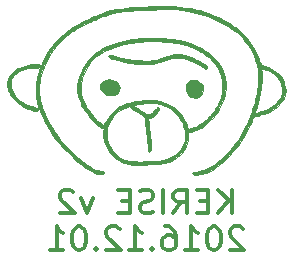
<source format=gbo>
G04 #@! TF.FileFunction,Legend,Bot*
%FSLAX46Y46*%
G04 Gerber Fmt 4.6, Leading zero omitted, Abs format (unit mm)*
G04 Created by KiCad (PCBNEW 4.0.1-stable) date 2016/12/03 22:11:57*
%MOMM*%
G01*
G04 APERTURE LIST*
%ADD10C,0.100000*%
%ADD11C,0.300000*%
%ADD12C,0.010000*%
G04 APERTURE END LIST*
D10*
D11*
X150238096Y-139354762D02*
X150238096Y-137354762D01*
X149095238Y-139354762D02*
X149952381Y-138211905D01*
X149095238Y-137354762D02*
X150238096Y-138497619D01*
X148238096Y-138307143D02*
X147571429Y-138307143D01*
X147285715Y-139354762D02*
X148238096Y-139354762D01*
X148238096Y-137354762D01*
X147285715Y-137354762D01*
X145285714Y-139354762D02*
X145952381Y-138402381D01*
X146428572Y-139354762D02*
X146428572Y-137354762D01*
X145666667Y-137354762D01*
X145476191Y-137450000D01*
X145380952Y-137545238D01*
X145285714Y-137735714D01*
X145285714Y-138021429D01*
X145380952Y-138211905D01*
X145476191Y-138307143D01*
X145666667Y-138402381D01*
X146428572Y-138402381D01*
X144428572Y-139354762D02*
X144428572Y-137354762D01*
X143571429Y-139259524D02*
X143285714Y-139354762D01*
X142809524Y-139354762D01*
X142619048Y-139259524D01*
X142523810Y-139164286D01*
X142428571Y-138973810D01*
X142428571Y-138783333D01*
X142523810Y-138592857D01*
X142619048Y-138497619D01*
X142809524Y-138402381D01*
X143190476Y-138307143D01*
X143380952Y-138211905D01*
X143476191Y-138116667D01*
X143571429Y-137926190D01*
X143571429Y-137735714D01*
X143476191Y-137545238D01*
X143380952Y-137450000D01*
X143190476Y-137354762D01*
X142714286Y-137354762D01*
X142428571Y-137450000D01*
X141571429Y-138307143D02*
X140904762Y-138307143D01*
X140619048Y-139354762D02*
X141571429Y-139354762D01*
X141571429Y-137354762D01*
X140619048Y-137354762D01*
X138428571Y-138021429D02*
X137952380Y-139354762D01*
X137476190Y-138021429D01*
X136809523Y-137545238D02*
X136714285Y-137450000D01*
X136523808Y-137354762D01*
X136047618Y-137354762D01*
X135857142Y-137450000D01*
X135761904Y-137545238D01*
X135666665Y-137735714D01*
X135666665Y-137926190D01*
X135761904Y-138211905D01*
X136904761Y-139354762D01*
X135666665Y-139354762D01*
X151190477Y-140645238D02*
X151095239Y-140550000D01*
X150904762Y-140454762D01*
X150428572Y-140454762D01*
X150238096Y-140550000D01*
X150142858Y-140645238D01*
X150047619Y-140835714D01*
X150047619Y-141026190D01*
X150142858Y-141311905D01*
X151285715Y-142454762D01*
X150047619Y-142454762D01*
X148809524Y-140454762D02*
X148619048Y-140454762D01*
X148428572Y-140550000D01*
X148333334Y-140645238D01*
X148238096Y-140835714D01*
X148142857Y-141216667D01*
X148142857Y-141692857D01*
X148238096Y-142073810D01*
X148333334Y-142264286D01*
X148428572Y-142359524D01*
X148619048Y-142454762D01*
X148809524Y-142454762D01*
X149000000Y-142359524D01*
X149095238Y-142264286D01*
X149190477Y-142073810D01*
X149285715Y-141692857D01*
X149285715Y-141216667D01*
X149190477Y-140835714D01*
X149095238Y-140645238D01*
X149000000Y-140550000D01*
X148809524Y-140454762D01*
X146238095Y-142454762D02*
X147380953Y-142454762D01*
X146809524Y-142454762D02*
X146809524Y-140454762D01*
X147000000Y-140740476D01*
X147190476Y-140930952D01*
X147380953Y-141026190D01*
X144523810Y-140454762D02*
X144904762Y-140454762D01*
X145095238Y-140550000D01*
X145190476Y-140645238D01*
X145380953Y-140930952D01*
X145476191Y-141311905D01*
X145476191Y-142073810D01*
X145380953Y-142264286D01*
X145285714Y-142359524D01*
X145095238Y-142454762D01*
X144714286Y-142454762D01*
X144523810Y-142359524D01*
X144428572Y-142264286D01*
X144333333Y-142073810D01*
X144333333Y-141597619D01*
X144428572Y-141407143D01*
X144523810Y-141311905D01*
X144714286Y-141216667D01*
X145095238Y-141216667D01*
X145285714Y-141311905D01*
X145380953Y-141407143D01*
X145476191Y-141597619D01*
X143476191Y-142264286D02*
X143380952Y-142359524D01*
X143476191Y-142454762D01*
X143571429Y-142359524D01*
X143476191Y-142264286D01*
X143476191Y-142454762D01*
X141476190Y-142454762D02*
X142619048Y-142454762D01*
X142047619Y-142454762D02*
X142047619Y-140454762D01*
X142238095Y-140740476D01*
X142428571Y-140930952D01*
X142619048Y-141026190D01*
X140714286Y-140645238D02*
X140619048Y-140550000D01*
X140428571Y-140454762D01*
X139952381Y-140454762D01*
X139761905Y-140550000D01*
X139666667Y-140645238D01*
X139571428Y-140835714D01*
X139571428Y-141026190D01*
X139666667Y-141311905D01*
X140809524Y-142454762D01*
X139571428Y-142454762D01*
X138714286Y-142264286D02*
X138619047Y-142359524D01*
X138714286Y-142454762D01*
X138809524Y-142359524D01*
X138714286Y-142264286D01*
X138714286Y-142454762D01*
X137380952Y-140454762D02*
X137190476Y-140454762D01*
X137000000Y-140550000D01*
X136904762Y-140645238D01*
X136809524Y-140835714D01*
X136714285Y-141216667D01*
X136714285Y-141692857D01*
X136809524Y-142073810D01*
X136904762Y-142264286D01*
X137000000Y-142359524D01*
X137190476Y-142454762D01*
X137380952Y-142454762D01*
X137571428Y-142359524D01*
X137666666Y-142264286D01*
X137761905Y-142073810D01*
X137857143Y-141692857D01*
X137857143Y-141216667D01*
X137761905Y-140835714D01*
X137666666Y-140645238D01*
X137571428Y-140550000D01*
X137380952Y-140454762D01*
X134809523Y-142454762D02*
X135952381Y-142454762D01*
X135380952Y-142454762D02*
X135380952Y-140454762D01*
X135571428Y-140740476D01*
X135761904Y-140930952D01*
X135952381Y-141026190D01*
D12*
G36*
X144024837Y-121799876D02*
X143359955Y-121812601D01*
X142755812Y-121833034D01*
X142205774Y-121861935D01*
X141703204Y-121900060D01*
X141241467Y-121948168D01*
X140813926Y-122007017D01*
X140413947Y-122077364D01*
X140034893Y-122159968D01*
X139670129Y-122255586D01*
X139444001Y-122323060D01*
X139282560Y-122375776D01*
X139124165Y-122431423D01*
X138994231Y-122480932D01*
X138952934Y-122498298D01*
X138856566Y-122539920D01*
X138715670Y-122599571D01*
X138548401Y-122669614D01*
X138372913Y-122742413D01*
X138354637Y-122749952D01*
X138123507Y-122851574D01*
X137851812Y-122981461D01*
X137555917Y-123131179D01*
X137252190Y-123292296D01*
X136956994Y-123456377D01*
X136751600Y-123575979D01*
X136620615Y-123661614D01*
X136454926Y-123781089D01*
X136269330Y-123922600D01*
X136078626Y-124074344D01*
X135897611Y-124224521D01*
X135741082Y-124361326D01*
X135623836Y-124472957D01*
X135613316Y-124483883D01*
X135437059Y-124674020D01*
X135272463Y-124862704D01*
X135111662Y-125060213D01*
X134946791Y-125276825D01*
X134769985Y-125522819D01*
X134573377Y-125808472D01*
X134389540Y-126083016D01*
X134343696Y-126168799D01*
X134294963Y-126284551D01*
X134274790Y-126341466D01*
X134223683Y-126479049D01*
X134160757Y-126625317D01*
X134136910Y-126675029D01*
X134088028Y-126767069D01*
X134055916Y-126806279D01*
X134029834Y-126801728D01*
X134011811Y-126780670D01*
X133937883Y-126732207D01*
X133810159Y-126705503D01*
X133638458Y-126699062D01*
X133432601Y-126711392D01*
X133202409Y-126740998D01*
X132957701Y-126786385D01*
X132708299Y-126846061D01*
X132464023Y-126918530D01*
X132234692Y-127002299D01*
X132068969Y-127076259D01*
X131915297Y-127172374D01*
X131748287Y-127310086D01*
X131586522Y-127471253D01*
X131448587Y-127637732D01*
X131370138Y-127758438D01*
X131248861Y-128030040D01*
X131191436Y-128296006D01*
X131196416Y-128568689D01*
X131247018Y-128809365D01*
X131293159Y-128958797D01*
X131341988Y-129082448D01*
X131402804Y-129195824D01*
X131484907Y-129314428D01*
X131597599Y-129453766D01*
X131714752Y-129589136D01*
X131911903Y-129798393D01*
X132107654Y-129971180D01*
X132324352Y-130128458D01*
X132500076Y-130243322D01*
X132649283Y-130332473D01*
X132791313Y-130405141D01*
X132945502Y-130470556D01*
X133131188Y-130537950D01*
X133301868Y-130595055D01*
X133460263Y-130645342D01*
X133569608Y-130674626D01*
X133644422Y-130685292D01*
X133699224Y-130679725D01*
X133735890Y-130666347D01*
X133802364Y-130619732D01*
X133817461Y-130550829D01*
X133815889Y-130533258D01*
X133793063Y-130464597D01*
X133731878Y-130424524D01*
X133686667Y-130410757D01*
X133269364Y-130287886D01*
X132908980Y-130148515D01*
X132595615Y-129987228D01*
X132319370Y-129798609D01*
X132070342Y-129577243D01*
X131970211Y-129471795D01*
X131795355Y-129269770D01*
X131666755Y-129095683D01*
X131577932Y-128934966D01*
X131522408Y-128773050D01*
X131493703Y-128595366D01*
X131485338Y-128387347D01*
X131485334Y-128381478D01*
X131489827Y-128233630D01*
X131508365Y-128120983D01*
X131548539Y-128011313D01*
X131594808Y-127916714D01*
X131702415Y-127749254D01*
X131845173Y-127584038D01*
X132003708Y-127440665D01*
X132158647Y-127338738D01*
X132173097Y-127331627D01*
X132367925Y-127242417D01*
X132519970Y-127180983D01*
X132645057Y-127141146D01*
X132687600Y-127130659D01*
X132956155Y-127073434D01*
X133179304Y-127035001D01*
X133375896Y-127012726D01*
X133564781Y-127003971D01*
X133595760Y-127003648D01*
X133737985Y-126999257D01*
X133859232Y-126989086D01*
X133939786Y-126975025D01*
X133955355Y-126969201D01*
X133976998Y-126965788D01*
X133981856Y-126992452D01*
X133968150Y-127057277D01*
X133934101Y-127168344D01*
X133877929Y-127333739D01*
X133870296Y-127355675D01*
X133720388Y-127876070D01*
X133635348Y-128394233D01*
X133615130Y-128915167D01*
X133659688Y-129443876D01*
X133768976Y-129985364D01*
X133843742Y-130249109D01*
X133978337Y-130649565D01*
X134131838Y-131034946D01*
X134310927Y-131419106D01*
X134522288Y-131815899D01*
X134772603Y-132239177D01*
X134907644Y-132454400D01*
X135108320Y-132762003D01*
X135294669Y-133030168D01*
X135478550Y-133273418D01*
X135671822Y-133506277D01*
X135886342Y-133743266D01*
X136133970Y-133998911D01*
X136317929Y-134181599D01*
X136670295Y-134521430D01*
X136988103Y-134814012D01*
X137278799Y-135065233D01*
X137549831Y-135280978D01*
X137808649Y-135467133D01*
X138062700Y-135629584D01*
X138319432Y-135774218D01*
X138360267Y-135795587D01*
X138594281Y-135905079D01*
X138809793Y-135983307D01*
X139000124Y-136029630D01*
X139158593Y-136043411D01*
X139278518Y-136024012D01*
X139353221Y-135970794D01*
X139376267Y-135892673D01*
X139369489Y-135834977D01*
X139340902Y-135796224D01*
X139278130Y-135770483D01*
X139168795Y-135751823D01*
X139057026Y-135739710D01*
X138880253Y-135710083D01*
X138697583Y-135652741D01*
X138498557Y-135562910D01*
X138272716Y-135435816D01*
X138009601Y-135266685D01*
X137986322Y-135250989D01*
X137764927Y-135096526D01*
X137554228Y-134938639D01*
X137343674Y-134768397D01*
X137122718Y-134576870D01*
X136880808Y-134355128D01*
X136607397Y-134094239D01*
X136523049Y-134012266D01*
X136230354Y-133717026D01*
X135963813Y-133425637D01*
X135714584Y-133126530D01*
X135473825Y-132808137D01*
X135232693Y-132458889D01*
X134982347Y-132067216D01*
X134775853Y-131726266D01*
X134650592Y-131497269D01*
X134520029Y-131226490D01*
X134389999Y-130928978D01*
X134266342Y-130619781D01*
X134154894Y-130313949D01*
X134061495Y-130026530D01*
X133991982Y-129772574D01*
X133961310Y-129626533D01*
X133898479Y-129091276D01*
X133896411Y-128564303D01*
X133955038Y-128055659D01*
X133972449Y-127964776D01*
X134008975Y-127820171D01*
X134067745Y-127628154D01*
X134143577Y-127403246D01*
X134231288Y-127159968D01*
X134325696Y-126912842D01*
X134421620Y-126676387D01*
X134483619Y-126532376D01*
X134638514Y-126226394D01*
X134839961Y-125896170D01*
X135077816Y-125554521D01*
X135341936Y-125214266D01*
X135622178Y-124888225D01*
X135908400Y-124589215D01*
X136190458Y-124330055D01*
X136292717Y-124246054D01*
X136440095Y-124130273D01*
X136576619Y-124024852D01*
X136689726Y-123939362D01*
X136766851Y-123883378D01*
X136782747Y-123872700D01*
X136918341Y-123790523D01*
X137098217Y-123688388D01*
X137309114Y-123573177D01*
X137537774Y-123451773D01*
X137770939Y-123331061D01*
X137995349Y-123217923D01*
X138197746Y-123119244D01*
X138364871Y-123041906D01*
X138461867Y-123000961D01*
X138624033Y-122936038D01*
X138779640Y-122870977D01*
X138907678Y-122814702D01*
X138969867Y-122785207D01*
X139084006Y-122735747D01*
X139248734Y-122675101D01*
X139448832Y-122608102D01*
X139669078Y-122539585D01*
X139894251Y-122474384D01*
X140109130Y-122417334D01*
X140191145Y-122397321D01*
X140593716Y-122315842D01*
X141060559Y-122246335D01*
X141589243Y-122188990D01*
X142177338Y-122144000D01*
X142822415Y-122111553D01*
X143522044Y-122091841D01*
X144168400Y-122085211D01*
X145489200Y-122081704D01*
X146405009Y-122219659D01*
X146843658Y-122290813D01*
X147225355Y-122364442D01*
X147560879Y-122443516D01*
X147861009Y-122531003D01*
X148136525Y-122629876D01*
X148398205Y-122743103D01*
X148520267Y-122802519D01*
X148687212Y-122884247D01*
X148870226Y-122970260D01*
X149035032Y-123044517D01*
X149065516Y-123057714D01*
X149229545Y-123134247D01*
X149408198Y-123227133D01*
X149556582Y-123312550D01*
X149693140Y-123396725D01*
X149859666Y-123498953D01*
X150028247Y-123602109D01*
X150095067Y-123642883D01*
X150331962Y-123792726D01*
X150529458Y-123932223D01*
X150705627Y-124076566D01*
X150878540Y-124240951D01*
X151066268Y-124440570D01*
X151134866Y-124517122D01*
X151378805Y-124802517D01*
X151583205Y-125068504D01*
X151758206Y-125331847D01*
X151913947Y-125609309D01*
X152060570Y-125917652D01*
X152208214Y-126273639D01*
X152227910Y-126324029D01*
X152303229Y-126522006D01*
X152354175Y-126667372D01*
X152383403Y-126769620D01*
X152393567Y-126838247D01*
X152387321Y-126882746D01*
X152385395Y-126887358D01*
X152372729Y-126968949D01*
X152403449Y-127033235D01*
X152434120Y-127114507D01*
X152456798Y-127252160D01*
X152471398Y-127435307D01*
X152477830Y-127653058D01*
X152476008Y-127894524D01*
X152465844Y-128148817D01*
X152447251Y-128405047D01*
X152420141Y-128652326D01*
X152416669Y-128678266D01*
X152387792Y-128876486D01*
X152357186Y-129063898D01*
X152327710Y-129224428D01*
X152302227Y-129342001D01*
X152291699Y-129380216D01*
X152256673Y-129510566D01*
X152224904Y-129662272D01*
X152212845Y-129735816D01*
X152190185Y-129844140D01*
X152148872Y-129995766D01*
X152094719Y-130170834D01*
X152033542Y-130349488D01*
X152031669Y-130354666D01*
X151962589Y-130548700D01*
X151891389Y-130754279D01*
X151826964Y-130945429D01*
X151782563Y-131082262D01*
X151736129Y-131210463D01*
X151664960Y-131382838D01*
X151576003Y-131583693D01*
X151476202Y-131797335D01*
X151374944Y-132003248D01*
X151170233Y-132397763D01*
X150979504Y-132741321D01*
X150794203Y-133046842D01*
X150605778Y-133327246D01*
X150405676Y-133595449D01*
X150185343Y-133864372D01*
X150009710Y-134065319D01*
X149737937Y-134357511D01*
X149471972Y-134616357D01*
X149192598Y-134859002D01*
X148880599Y-135102591D01*
X148695243Y-135238079D01*
X148516929Y-135362686D01*
X148358361Y-135463658D01*
X148207718Y-135545200D01*
X148053178Y-135611519D01*
X147882917Y-135666820D01*
X147685113Y-135715309D01*
X147447944Y-135761192D01*
X147159587Y-135808673D01*
X147039012Y-135827267D01*
X146936970Y-135863087D01*
X146886836Y-135924273D01*
X146894687Y-135999019D01*
X146927758Y-136043490D01*
X146996764Y-136085607D01*
X147086622Y-136110722D01*
X147167508Y-136112899D01*
X147202289Y-136098128D01*
X147239292Y-136086896D01*
X147329110Y-136066877D01*
X147457846Y-136041004D01*
X147596247Y-136015000D01*
X147964607Y-135931309D01*
X148273040Y-135824928D01*
X148526002Y-135694203D01*
X148604934Y-135640434D01*
X148879828Y-135437429D01*
X149108400Y-135265186D01*
X149299994Y-135115884D01*
X149463959Y-134981701D01*
X149609640Y-134854815D01*
X149746383Y-134727404D01*
X149883534Y-134591646D01*
X149993660Y-134478215D01*
X150269756Y-134181229D01*
X150512579Y-133898597D01*
X150731564Y-133616870D01*
X150936150Y-133322600D01*
X151135773Y-133002338D01*
X151339870Y-132642635D01*
X151520722Y-132302000D01*
X151628670Y-132090850D01*
X151733317Y-131880798D01*
X151827778Y-131686064D01*
X151905167Y-131520871D01*
X151958598Y-131399442D01*
X151963430Y-131387600D01*
X152028135Y-131241062D01*
X152079709Y-131154574D01*
X152116474Y-131130946D01*
X152116723Y-131131024D01*
X152241547Y-131140805D01*
X152394034Y-131104276D01*
X152487819Y-131063238D01*
X152593287Y-131018814D01*
X152735630Y-130970885D01*
X152885320Y-130929326D01*
X152895689Y-130926820D01*
X153209337Y-130824994D01*
X153522668Y-130673669D01*
X153823603Y-130482109D01*
X154100064Y-130259580D01*
X154339974Y-130015344D01*
X154531254Y-129758667D01*
X154615001Y-129608062D01*
X154715155Y-129362794D01*
X154765911Y-129131449D01*
X154768903Y-128992868D01*
X154486181Y-128992868D01*
X154455496Y-129264793D01*
X154383765Y-129483343D01*
X154251278Y-129704985D01*
X154063647Y-129925259D01*
X153833010Y-130134962D01*
X153571501Y-130324891D01*
X153291256Y-130485843D01*
X153004410Y-130608615D01*
X152830922Y-130660939D01*
X152683993Y-130700528D01*
X152550817Y-130741617D01*
X152453620Y-130777176D01*
X152432086Y-130787080D01*
X152319277Y-130837415D01*
X152224003Y-130866537D01*
X152163110Y-130870026D01*
X152150874Y-130860907D01*
X152156366Y-130818397D01*
X152180728Y-130732497D01*
X152213027Y-130637753D01*
X152260967Y-130505830D01*
X152319940Y-130343267D01*
X152377956Y-130183124D01*
X152383285Y-130168400D01*
X152429248Y-130029857D01*
X152463949Y-129903351D01*
X152481395Y-129811422D01*
X152482366Y-129795866D01*
X152493015Y-129702386D01*
X152518794Y-129582235D01*
X152534281Y-129526530D01*
X152560432Y-129432464D01*
X152585243Y-129324233D01*
X152610381Y-129192034D01*
X152637512Y-129026064D01*
X152668302Y-128816521D01*
X152704419Y-128553602D01*
X152721573Y-128424935D01*
X152748265Y-128210074D01*
X152764054Y-128039509D01*
X152769652Y-127890807D01*
X152765774Y-127741535D01*
X152753133Y-127569260D01*
X152749928Y-127533492D01*
X152737259Y-127375712D01*
X152729910Y-127243636D01*
X152728436Y-127151214D01*
X152733276Y-127112502D01*
X152775933Y-127108440D01*
X152865354Y-127120236D01*
X152983483Y-127144084D01*
X153112266Y-127176182D01*
X153233651Y-127212725D01*
X153270719Y-127225740D01*
X153545951Y-127359780D01*
X153805041Y-127547770D01*
X154036019Y-127777249D01*
X154226915Y-128035756D01*
X154365757Y-128310830D01*
X154396343Y-128397475D01*
X154466513Y-128699540D01*
X154486181Y-128992868D01*
X154768903Y-128992868D01*
X154771166Y-128888108D01*
X154750970Y-128704097D01*
X154666484Y-128343433D01*
X154527130Y-128004555D01*
X154358458Y-127729241D01*
X154189464Y-127533745D01*
X153979065Y-127345225D01*
X153742822Y-127173892D01*
X153496297Y-127029960D01*
X153255049Y-126923640D01*
X153044063Y-126866634D01*
X152920161Y-126846688D01*
X152828706Y-126827372D01*
X152760863Y-126799141D01*
X152707802Y-126752450D01*
X152660687Y-126677756D01*
X152610688Y-126565513D01*
X152548970Y-126406178D01*
X152501086Y-126279921D01*
X152346940Y-125895699D01*
X152194800Y-125562929D01*
X152035736Y-125266217D01*
X151860819Y-124990172D01*
X151661120Y-124719398D01*
X151443315Y-124456488D01*
X151150999Y-124134896D01*
X150884251Y-123875160D01*
X150642427Y-123676677D01*
X150530128Y-123599880D01*
X150421818Y-123531303D01*
X150275918Y-123438909D01*
X150112056Y-123335130D01*
X149959600Y-123238565D01*
X149801256Y-123140417D01*
X149646138Y-123048019D01*
X149512138Y-122971808D01*
X149417734Y-122922496D01*
X149043237Y-122746321D01*
X148719512Y-122597117D01*
X148436657Y-122471743D01*
X148184770Y-122367059D01*
X147953950Y-122279926D01*
X147734296Y-122207202D01*
X147515905Y-122145749D01*
X147288878Y-122092427D01*
X147043311Y-122044094D01*
X146769304Y-121997613D01*
X146456956Y-121949842D01*
X146260037Y-121921130D01*
X145303674Y-121783149D01*
X144024837Y-121799876D01*
X144024837Y-121799876D01*
G37*
X144024837Y-121799876D02*
X143359955Y-121812601D01*
X142755812Y-121833034D01*
X142205774Y-121861935D01*
X141703204Y-121900060D01*
X141241467Y-121948168D01*
X140813926Y-122007017D01*
X140413947Y-122077364D01*
X140034893Y-122159968D01*
X139670129Y-122255586D01*
X139444001Y-122323060D01*
X139282560Y-122375776D01*
X139124165Y-122431423D01*
X138994231Y-122480932D01*
X138952934Y-122498298D01*
X138856566Y-122539920D01*
X138715670Y-122599571D01*
X138548401Y-122669614D01*
X138372913Y-122742413D01*
X138354637Y-122749952D01*
X138123507Y-122851574D01*
X137851812Y-122981461D01*
X137555917Y-123131179D01*
X137252190Y-123292296D01*
X136956994Y-123456377D01*
X136751600Y-123575979D01*
X136620615Y-123661614D01*
X136454926Y-123781089D01*
X136269330Y-123922600D01*
X136078626Y-124074344D01*
X135897611Y-124224521D01*
X135741082Y-124361326D01*
X135623836Y-124472957D01*
X135613316Y-124483883D01*
X135437059Y-124674020D01*
X135272463Y-124862704D01*
X135111662Y-125060213D01*
X134946791Y-125276825D01*
X134769985Y-125522819D01*
X134573377Y-125808472D01*
X134389540Y-126083016D01*
X134343696Y-126168799D01*
X134294963Y-126284551D01*
X134274790Y-126341466D01*
X134223683Y-126479049D01*
X134160757Y-126625317D01*
X134136910Y-126675029D01*
X134088028Y-126767069D01*
X134055916Y-126806279D01*
X134029834Y-126801728D01*
X134011811Y-126780670D01*
X133937883Y-126732207D01*
X133810159Y-126705503D01*
X133638458Y-126699062D01*
X133432601Y-126711392D01*
X133202409Y-126740998D01*
X132957701Y-126786385D01*
X132708299Y-126846061D01*
X132464023Y-126918530D01*
X132234692Y-127002299D01*
X132068969Y-127076259D01*
X131915297Y-127172374D01*
X131748287Y-127310086D01*
X131586522Y-127471253D01*
X131448587Y-127637732D01*
X131370138Y-127758438D01*
X131248861Y-128030040D01*
X131191436Y-128296006D01*
X131196416Y-128568689D01*
X131247018Y-128809365D01*
X131293159Y-128958797D01*
X131341988Y-129082448D01*
X131402804Y-129195824D01*
X131484907Y-129314428D01*
X131597599Y-129453766D01*
X131714752Y-129589136D01*
X131911903Y-129798393D01*
X132107654Y-129971180D01*
X132324352Y-130128458D01*
X132500076Y-130243322D01*
X132649283Y-130332473D01*
X132791313Y-130405141D01*
X132945502Y-130470556D01*
X133131188Y-130537950D01*
X133301868Y-130595055D01*
X133460263Y-130645342D01*
X133569608Y-130674626D01*
X133644422Y-130685292D01*
X133699224Y-130679725D01*
X133735890Y-130666347D01*
X133802364Y-130619732D01*
X133817461Y-130550829D01*
X133815889Y-130533258D01*
X133793063Y-130464597D01*
X133731878Y-130424524D01*
X133686667Y-130410757D01*
X133269364Y-130287886D01*
X132908980Y-130148515D01*
X132595615Y-129987228D01*
X132319370Y-129798609D01*
X132070342Y-129577243D01*
X131970211Y-129471795D01*
X131795355Y-129269770D01*
X131666755Y-129095683D01*
X131577932Y-128934966D01*
X131522408Y-128773050D01*
X131493703Y-128595366D01*
X131485338Y-128387347D01*
X131485334Y-128381478D01*
X131489827Y-128233630D01*
X131508365Y-128120983D01*
X131548539Y-128011313D01*
X131594808Y-127916714D01*
X131702415Y-127749254D01*
X131845173Y-127584038D01*
X132003708Y-127440665D01*
X132158647Y-127338738D01*
X132173097Y-127331627D01*
X132367925Y-127242417D01*
X132519970Y-127180983D01*
X132645057Y-127141146D01*
X132687600Y-127130659D01*
X132956155Y-127073434D01*
X133179304Y-127035001D01*
X133375896Y-127012726D01*
X133564781Y-127003971D01*
X133595760Y-127003648D01*
X133737985Y-126999257D01*
X133859232Y-126989086D01*
X133939786Y-126975025D01*
X133955355Y-126969201D01*
X133976998Y-126965788D01*
X133981856Y-126992452D01*
X133968150Y-127057277D01*
X133934101Y-127168344D01*
X133877929Y-127333739D01*
X133870296Y-127355675D01*
X133720388Y-127876070D01*
X133635348Y-128394233D01*
X133615130Y-128915167D01*
X133659688Y-129443876D01*
X133768976Y-129985364D01*
X133843742Y-130249109D01*
X133978337Y-130649565D01*
X134131838Y-131034946D01*
X134310927Y-131419106D01*
X134522288Y-131815899D01*
X134772603Y-132239177D01*
X134907644Y-132454400D01*
X135108320Y-132762003D01*
X135294669Y-133030168D01*
X135478550Y-133273418D01*
X135671822Y-133506277D01*
X135886342Y-133743266D01*
X136133970Y-133998911D01*
X136317929Y-134181599D01*
X136670295Y-134521430D01*
X136988103Y-134814012D01*
X137278799Y-135065233D01*
X137549831Y-135280978D01*
X137808649Y-135467133D01*
X138062700Y-135629584D01*
X138319432Y-135774218D01*
X138360267Y-135795587D01*
X138594281Y-135905079D01*
X138809793Y-135983307D01*
X139000124Y-136029630D01*
X139158593Y-136043411D01*
X139278518Y-136024012D01*
X139353221Y-135970794D01*
X139376267Y-135892673D01*
X139369489Y-135834977D01*
X139340902Y-135796224D01*
X139278130Y-135770483D01*
X139168795Y-135751823D01*
X139057026Y-135739710D01*
X138880253Y-135710083D01*
X138697583Y-135652741D01*
X138498557Y-135562910D01*
X138272716Y-135435816D01*
X138009601Y-135266685D01*
X137986322Y-135250989D01*
X137764927Y-135096526D01*
X137554228Y-134938639D01*
X137343674Y-134768397D01*
X137122718Y-134576870D01*
X136880808Y-134355128D01*
X136607397Y-134094239D01*
X136523049Y-134012266D01*
X136230354Y-133717026D01*
X135963813Y-133425637D01*
X135714584Y-133126530D01*
X135473825Y-132808137D01*
X135232693Y-132458889D01*
X134982347Y-132067216D01*
X134775853Y-131726266D01*
X134650592Y-131497269D01*
X134520029Y-131226490D01*
X134389999Y-130928978D01*
X134266342Y-130619781D01*
X134154894Y-130313949D01*
X134061495Y-130026530D01*
X133991982Y-129772574D01*
X133961310Y-129626533D01*
X133898479Y-129091276D01*
X133896411Y-128564303D01*
X133955038Y-128055659D01*
X133972449Y-127964776D01*
X134008975Y-127820171D01*
X134067745Y-127628154D01*
X134143577Y-127403246D01*
X134231288Y-127159968D01*
X134325696Y-126912842D01*
X134421620Y-126676387D01*
X134483619Y-126532376D01*
X134638514Y-126226394D01*
X134839961Y-125896170D01*
X135077816Y-125554521D01*
X135341936Y-125214266D01*
X135622178Y-124888225D01*
X135908400Y-124589215D01*
X136190458Y-124330055D01*
X136292717Y-124246054D01*
X136440095Y-124130273D01*
X136576619Y-124024852D01*
X136689726Y-123939362D01*
X136766851Y-123883378D01*
X136782747Y-123872700D01*
X136918341Y-123790523D01*
X137098217Y-123688388D01*
X137309114Y-123573177D01*
X137537774Y-123451773D01*
X137770939Y-123331061D01*
X137995349Y-123217923D01*
X138197746Y-123119244D01*
X138364871Y-123041906D01*
X138461867Y-123000961D01*
X138624033Y-122936038D01*
X138779640Y-122870977D01*
X138907678Y-122814702D01*
X138969867Y-122785207D01*
X139084006Y-122735747D01*
X139248734Y-122675101D01*
X139448832Y-122608102D01*
X139669078Y-122539585D01*
X139894251Y-122474384D01*
X140109130Y-122417334D01*
X140191145Y-122397321D01*
X140593716Y-122315842D01*
X141060559Y-122246335D01*
X141589243Y-122188990D01*
X142177338Y-122144000D01*
X142822415Y-122111553D01*
X143522044Y-122091841D01*
X144168400Y-122085211D01*
X145489200Y-122081704D01*
X146405009Y-122219659D01*
X146843658Y-122290813D01*
X147225355Y-122364442D01*
X147560879Y-122443516D01*
X147861009Y-122531003D01*
X148136525Y-122629876D01*
X148398205Y-122743103D01*
X148520267Y-122802519D01*
X148687212Y-122884247D01*
X148870226Y-122970260D01*
X149035032Y-123044517D01*
X149065516Y-123057714D01*
X149229545Y-123134247D01*
X149408198Y-123227133D01*
X149556582Y-123312550D01*
X149693140Y-123396725D01*
X149859666Y-123498953D01*
X150028247Y-123602109D01*
X150095067Y-123642883D01*
X150331962Y-123792726D01*
X150529458Y-123932223D01*
X150705627Y-124076566D01*
X150878540Y-124240951D01*
X151066268Y-124440570D01*
X151134866Y-124517122D01*
X151378805Y-124802517D01*
X151583205Y-125068504D01*
X151758206Y-125331847D01*
X151913947Y-125609309D01*
X152060570Y-125917652D01*
X152208214Y-126273639D01*
X152227910Y-126324029D01*
X152303229Y-126522006D01*
X152354175Y-126667372D01*
X152383403Y-126769620D01*
X152393567Y-126838247D01*
X152387321Y-126882746D01*
X152385395Y-126887358D01*
X152372729Y-126968949D01*
X152403449Y-127033235D01*
X152434120Y-127114507D01*
X152456798Y-127252160D01*
X152471398Y-127435307D01*
X152477830Y-127653058D01*
X152476008Y-127894524D01*
X152465844Y-128148817D01*
X152447251Y-128405047D01*
X152420141Y-128652326D01*
X152416669Y-128678266D01*
X152387792Y-128876486D01*
X152357186Y-129063898D01*
X152327710Y-129224428D01*
X152302227Y-129342001D01*
X152291699Y-129380216D01*
X152256673Y-129510566D01*
X152224904Y-129662272D01*
X152212845Y-129735816D01*
X152190185Y-129844140D01*
X152148872Y-129995766D01*
X152094719Y-130170834D01*
X152033542Y-130349488D01*
X152031669Y-130354666D01*
X151962589Y-130548700D01*
X151891389Y-130754279D01*
X151826964Y-130945429D01*
X151782563Y-131082262D01*
X151736129Y-131210463D01*
X151664960Y-131382838D01*
X151576003Y-131583693D01*
X151476202Y-131797335D01*
X151374944Y-132003248D01*
X151170233Y-132397763D01*
X150979504Y-132741321D01*
X150794203Y-133046842D01*
X150605778Y-133327246D01*
X150405676Y-133595449D01*
X150185343Y-133864372D01*
X150009710Y-134065319D01*
X149737937Y-134357511D01*
X149471972Y-134616357D01*
X149192598Y-134859002D01*
X148880599Y-135102591D01*
X148695243Y-135238079D01*
X148516929Y-135362686D01*
X148358361Y-135463658D01*
X148207718Y-135545200D01*
X148053178Y-135611519D01*
X147882917Y-135666820D01*
X147685113Y-135715309D01*
X147447944Y-135761192D01*
X147159587Y-135808673D01*
X147039012Y-135827267D01*
X146936970Y-135863087D01*
X146886836Y-135924273D01*
X146894687Y-135999019D01*
X146927758Y-136043490D01*
X146996764Y-136085607D01*
X147086622Y-136110722D01*
X147167508Y-136112899D01*
X147202289Y-136098128D01*
X147239292Y-136086896D01*
X147329110Y-136066877D01*
X147457846Y-136041004D01*
X147596247Y-136015000D01*
X147964607Y-135931309D01*
X148273040Y-135824928D01*
X148526002Y-135694203D01*
X148604934Y-135640434D01*
X148879828Y-135437429D01*
X149108400Y-135265186D01*
X149299994Y-135115884D01*
X149463959Y-134981701D01*
X149609640Y-134854815D01*
X149746383Y-134727404D01*
X149883534Y-134591646D01*
X149993660Y-134478215D01*
X150269756Y-134181229D01*
X150512579Y-133898597D01*
X150731564Y-133616870D01*
X150936150Y-133322600D01*
X151135773Y-133002338D01*
X151339870Y-132642635D01*
X151520722Y-132302000D01*
X151628670Y-132090850D01*
X151733317Y-131880798D01*
X151827778Y-131686064D01*
X151905167Y-131520871D01*
X151958598Y-131399442D01*
X151963430Y-131387600D01*
X152028135Y-131241062D01*
X152079709Y-131154574D01*
X152116474Y-131130946D01*
X152116723Y-131131024D01*
X152241547Y-131140805D01*
X152394034Y-131104276D01*
X152487819Y-131063238D01*
X152593287Y-131018814D01*
X152735630Y-130970885D01*
X152885320Y-130929326D01*
X152895689Y-130926820D01*
X153209337Y-130824994D01*
X153522668Y-130673669D01*
X153823603Y-130482109D01*
X154100064Y-130259580D01*
X154339974Y-130015344D01*
X154531254Y-129758667D01*
X154615001Y-129608062D01*
X154715155Y-129362794D01*
X154765911Y-129131449D01*
X154768903Y-128992868D01*
X154486181Y-128992868D01*
X154455496Y-129264793D01*
X154383765Y-129483343D01*
X154251278Y-129704985D01*
X154063647Y-129925259D01*
X153833010Y-130134962D01*
X153571501Y-130324891D01*
X153291256Y-130485843D01*
X153004410Y-130608615D01*
X152830922Y-130660939D01*
X152683993Y-130700528D01*
X152550817Y-130741617D01*
X152453620Y-130777176D01*
X152432086Y-130787080D01*
X152319277Y-130837415D01*
X152224003Y-130866537D01*
X152163110Y-130870026D01*
X152150874Y-130860907D01*
X152156366Y-130818397D01*
X152180728Y-130732497D01*
X152213027Y-130637753D01*
X152260967Y-130505830D01*
X152319940Y-130343267D01*
X152377956Y-130183124D01*
X152383285Y-130168400D01*
X152429248Y-130029857D01*
X152463949Y-129903351D01*
X152481395Y-129811422D01*
X152482366Y-129795866D01*
X152493015Y-129702386D01*
X152518794Y-129582235D01*
X152534281Y-129526530D01*
X152560432Y-129432464D01*
X152585243Y-129324233D01*
X152610381Y-129192034D01*
X152637512Y-129026064D01*
X152668302Y-128816521D01*
X152704419Y-128553602D01*
X152721573Y-128424935D01*
X152748265Y-128210074D01*
X152764054Y-128039509D01*
X152769652Y-127890807D01*
X152765774Y-127741535D01*
X152753133Y-127569260D01*
X152749928Y-127533492D01*
X152737259Y-127375712D01*
X152729910Y-127243636D01*
X152728436Y-127151214D01*
X152733276Y-127112502D01*
X152775933Y-127108440D01*
X152865354Y-127120236D01*
X152983483Y-127144084D01*
X153112266Y-127176182D01*
X153233651Y-127212725D01*
X153270719Y-127225740D01*
X153545951Y-127359780D01*
X153805041Y-127547770D01*
X154036019Y-127777249D01*
X154226915Y-128035756D01*
X154365757Y-128310830D01*
X154396343Y-128397475D01*
X154466513Y-128699540D01*
X154486181Y-128992868D01*
X154768903Y-128992868D01*
X154771166Y-128888108D01*
X154750970Y-128704097D01*
X154666484Y-128343433D01*
X154527130Y-128004555D01*
X154358458Y-127729241D01*
X154189464Y-127533745D01*
X153979065Y-127345225D01*
X153742822Y-127173892D01*
X153496297Y-127029960D01*
X153255049Y-126923640D01*
X153044063Y-126866634D01*
X152920161Y-126846688D01*
X152828706Y-126827372D01*
X152760863Y-126799141D01*
X152707802Y-126752450D01*
X152660687Y-126677756D01*
X152610688Y-126565513D01*
X152548970Y-126406178D01*
X152501086Y-126279921D01*
X152346940Y-125895699D01*
X152194800Y-125562929D01*
X152035736Y-125266217D01*
X151860819Y-124990172D01*
X151661120Y-124719398D01*
X151443315Y-124456488D01*
X151150999Y-124134896D01*
X150884251Y-123875160D01*
X150642427Y-123676677D01*
X150530128Y-123599880D01*
X150421818Y-123531303D01*
X150275918Y-123438909D01*
X150112056Y-123335130D01*
X149959600Y-123238565D01*
X149801256Y-123140417D01*
X149646138Y-123048019D01*
X149512138Y-122971808D01*
X149417734Y-122922496D01*
X149043237Y-122746321D01*
X148719512Y-122597117D01*
X148436657Y-122471743D01*
X148184770Y-122367059D01*
X147953950Y-122279926D01*
X147734296Y-122207202D01*
X147515905Y-122145749D01*
X147288878Y-122092427D01*
X147043311Y-122044094D01*
X146769304Y-121997613D01*
X146456956Y-121949842D01*
X146260037Y-121921130D01*
X145303674Y-121783149D01*
X144024837Y-121799876D01*
G36*
X142879613Y-124503295D02*
X142646900Y-124510050D01*
X142459759Y-124520572D01*
X142398642Y-124526043D01*
X142110373Y-124562249D01*
X141788289Y-124613465D01*
X141446978Y-124676516D01*
X141101028Y-124748229D01*
X140765027Y-124825426D01*
X140453561Y-124904935D01*
X140181219Y-124983580D01*
X139974642Y-125053611D01*
X139639004Y-125195876D01*
X139295823Y-125370186D01*
X138964468Y-125565271D01*
X138664307Y-125769856D01*
X138450857Y-125940447D01*
X138265705Y-126114461D01*
X138102486Y-126296902D01*
X137950773Y-126501858D01*
X137800137Y-126743416D01*
X137640150Y-127035665D01*
X137640115Y-127035733D01*
X137451534Y-127425219D01*
X137309939Y-127783949D01*
X137210934Y-128125297D01*
X137150121Y-128462640D01*
X137139187Y-128559733D01*
X137123176Y-128739257D01*
X137116966Y-128874676D01*
X137121527Y-128989043D01*
X137137832Y-129105409D01*
X137166851Y-129246825D01*
X137168439Y-129254000D01*
X137208566Y-129404675D01*
X137267096Y-129585647D01*
X137338103Y-129782102D01*
X137415659Y-129979228D01*
X137493837Y-130162212D01*
X137566710Y-130316241D01*
X137628350Y-130426503D01*
X137649518Y-130456266D01*
X137712709Y-130541262D01*
X137811252Y-130683218D01*
X137944758Y-130881562D01*
X138112835Y-131135719D01*
X138119582Y-131145988D01*
X138169414Y-131208984D01*
X138252642Y-131300833D01*
X138359006Y-131411534D01*
X138478243Y-131531084D01*
X138600094Y-131649483D01*
X138714296Y-131756727D01*
X138810588Y-131842815D01*
X138878710Y-131897744D01*
X138905991Y-131912533D01*
X138946633Y-131930124D01*
X139023537Y-131975502D01*
X139091126Y-132019517D01*
X139189209Y-132080357D01*
X139253301Y-132103240D01*
X139301277Y-132093773D01*
X139310684Y-132088383D01*
X139339428Y-132074541D01*
X139356037Y-132084720D01*
X139362295Y-132130136D01*
X139359988Y-132222008D01*
X139352305Y-132349971D01*
X139356795Y-132777107D01*
X139426416Y-133186382D01*
X139560708Y-133576821D01*
X139759207Y-133947449D01*
X140021451Y-134297293D01*
X140346978Y-134625378D01*
X140488940Y-134745570D01*
X140776595Y-134935647D01*
X141113450Y-135081584D01*
X141496421Y-135182300D01*
X141880055Y-135233553D01*
X142206412Y-135256759D01*
X142476138Y-135269753D01*
X142686801Y-135272515D01*
X142835971Y-135265029D01*
X142921217Y-135247275D01*
X142932023Y-135241395D01*
X142994917Y-135222335D01*
X143121349Y-135209390D01*
X143312761Y-135202455D01*
X143494705Y-135201129D01*
X143708618Y-135199799D01*
X143877293Y-135193571D01*
X144023183Y-135179970D01*
X144168742Y-135156520D01*
X144336420Y-135120745D01*
X144436167Y-135097321D01*
X144878910Y-134965500D01*
X145268133Y-134793553D01*
X145606118Y-134579737D01*
X145895151Y-134322313D01*
X146137516Y-134019542D01*
X146335497Y-133669681D01*
X146349429Y-133639733D01*
X146434431Y-133415124D01*
X146500028Y-133164346D01*
X146540630Y-132914313D01*
X146542918Y-132863514D01*
X146271591Y-132863514D01*
X146223057Y-133204418D01*
X146108597Y-133534143D01*
X145927506Y-133855299D01*
X145867279Y-133940630D01*
X145647133Y-134187124D01*
X145373084Y-134407169D01*
X145055987Y-134594177D01*
X144706695Y-134741560D01*
X144405467Y-134827862D01*
X144273231Y-134855978D01*
X144151118Y-134876286D01*
X144024103Y-134889907D01*
X143877163Y-134897958D01*
X143695274Y-134901559D01*
X143463411Y-134901828D01*
X143415176Y-134901609D01*
X143151674Y-134902197D01*
X142952164Y-134906949D01*
X142817721Y-134915815D01*
X142749423Y-134928742D01*
X142741165Y-134934490D01*
X142697846Y-134949808D01*
X142599548Y-134958270D01*
X142458609Y-134960511D01*
X142287369Y-134957166D01*
X142098167Y-134948873D01*
X141903340Y-134936266D01*
X141715228Y-134919982D01*
X141546170Y-134900655D01*
X141408504Y-134878923D01*
X141335458Y-134862059D01*
X141109443Y-134789659D01*
X140928019Y-134711833D01*
X140768319Y-134617097D01*
X140615112Y-134500328D01*
X140325664Y-134234961D01*
X140093231Y-133962864D01*
X139907475Y-133670127D01*
X139761396Y-133351451D01*
X139723966Y-133248387D01*
X139697385Y-133152761D01*
X139679264Y-133048196D01*
X139667218Y-132918314D01*
X139658859Y-132746737D01*
X139654691Y-132619354D01*
X139650541Y-132371684D01*
X139657649Y-132174226D01*
X139680607Y-132009788D01*
X139724008Y-131861177D01*
X139792444Y-131711201D01*
X139890507Y-131542667D01*
X139979182Y-131404533D01*
X140159933Y-131145278D01*
X140333242Y-130937253D01*
X140514206Y-130767811D01*
X140717921Y-130624309D01*
X140959481Y-130494100D01*
X141188134Y-130391842D01*
X141371039Y-130318048D01*
X141498435Y-130274310D01*
X141574965Y-130259541D01*
X141605270Y-130272658D01*
X141602657Y-130294909D01*
X141607317Y-130373287D01*
X141676528Y-130458333D01*
X141807748Y-130547450D01*
X141893335Y-130591543D01*
X142116732Y-130709124D01*
X142360355Y-130855573D01*
X142595360Y-131013068D01*
X142699949Y-131089880D01*
X142857097Y-131209580D01*
X142879974Y-131535656D01*
X142894015Y-131707116D01*
X142911535Y-131880457D01*
X142929446Y-132026088D01*
X142935219Y-132064933D01*
X142995298Y-132489515D01*
X143042426Y-132920837D01*
X143073980Y-133332267D01*
X143085234Y-133588211D01*
X143091839Y-133782419D01*
X143100068Y-133919714D01*
X143111397Y-134010917D01*
X143127301Y-134066850D01*
X143149254Y-134098331D01*
X143155470Y-134103365D01*
X143233133Y-134132475D01*
X143296716Y-134100081D01*
X143344641Y-134011250D01*
X143375327Y-133871046D01*
X143387194Y-133684538D01*
X143378663Y-133456790D01*
X143373987Y-133402666D01*
X143344604Y-133094521D01*
X143320426Y-132847712D01*
X143300761Y-132656096D01*
X143284914Y-132513533D01*
X143272193Y-132413882D01*
X143261905Y-132351001D01*
X143253358Y-132318750D01*
X143251182Y-132314372D01*
X143241680Y-132270966D01*
X143228650Y-132172704D01*
X143213522Y-132032281D01*
X143197730Y-131862392D01*
X143190619Y-131777616D01*
X143149684Y-131272618D01*
X143286509Y-131250129D01*
X143436520Y-131197274D01*
X143602370Y-131089387D01*
X143774094Y-130934065D01*
X143919437Y-130767631D01*
X144025312Y-130615433D01*
X144076806Y-130497151D01*
X144073681Y-130414375D01*
X144015696Y-130368696D01*
X143980677Y-130361560D01*
X143927249Y-130365843D01*
X143874211Y-130399419D01*
X143808389Y-130473092D01*
X143750678Y-130550121D01*
X143592057Y-130744028D01*
X143441102Y-130875018D01*
X143292758Y-130946699D01*
X143171644Y-130963767D01*
X143109349Y-130963068D01*
X143057415Y-130957942D01*
X143005200Y-130943160D01*
X142942065Y-130913490D01*
X142857370Y-130863702D01*
X142740473Y-130788566D01*
X142580735Y-130682851D01*
X142525545Y-130646171D01*
X142370470Y-130546207D01*
X142216307Y-130452150D01*
X142082056Y-130375299D01*
X141995127Y-130330718D01*
X141895451Y-130282014D01*
X141823545Y-130241155D01*
X141799464Y-130221999D01*
X141819819Y-130199618D01*
X141899806Y-130172511D01*
X142031609Y-130142162D01*
X142207412Y-130110056D01*
X142419398Y-130077678D01*
X142659751Y-130046510D01*
X142817447Y-130028675D01*
X143040421Y-130006262D01*
X143214534Y-129993030D01*
X143357990Y-129988648D01*
X143488990Y-129992782D01*
X143625735Y-130005099D01*
X143689984Y-130012723D01*
X144136951Y-130101533D01*
X144559194Y-130253200D01*
X144954976Y-130466865D01*
X145322561Y-130741674D01*
X145498776Y-130905257D01*
X145648821Y-131062034D01*
X145763247Y-131202616D01*
X145860399Y-131351740D01*
X145944354Y-131506133D01*
X146053006Y-131731332D01*
X146132211Y-131932855D01*
X146190014Y-132136680D01*
X146234462Y-132368784D01*
X146254906Y-132508821D01*
X146271591Y-132863514D01*
X146542918Y-132863514D01*
X146550647Y-132691940D01*
X146549876Y-132674533D01*
X146539067Y-132471333D01*
X146759200Y-132417766D01*
X146941281Y-132363888D01*
X147152599Y-132286320D01*
X147373482Y-132193702D01*
X147584257Y-132094673D01*
X147765250Y-131997873D01*
X147876234Y-131927232D01*
X148028059Y-131805269D01*
X148206757Y-131640742D01*
X148400246Y-131446500D01*
X148596444Y-131235390D01*
X148783269Y-131020261D01*
X148948641Y-130813959D01*
X149038470Y-130691304D01*
X149145528Y-130518755D01*
X149263712Y-130294398D01*
X149386460Y-130031806D01*
X149507211Y-129744554D01*
X149553199Y-129626533D01*
X149595220Y-129484831D01*
X149634886Y-129294919D01*
X149669527Y-129076318D01*
X149696472Y-128848550D01*
X149713052Y-128631137D01*
X149714392Y-128560160D01*
X149433449Y-128560160D01*
X149421228Y-128821209D01*
X149388003Y-129121663D01*
X149363383Y-129282047D01*
X149332178Y-129422281D01*
X149287982Y-129563292D01*
X149224393Y-129726004D01*
X149151609Y-129894079D01*
X149029599Y-130156496D01*
X148914060Y-130373683D01*
X148792293Y-130565377D01*
X148651600Y-130751312D01*
X148479281Y-130951223D01*
X148452042Y-130981303D01*
X148342131Y-131103806D01*
X148242315Y-131218080D01*
X148165988Y-131308636D01*
X148134358Y-131348733D01*
X148043338Y-131444701D01*
X147906090Y-131555447D01*
X147735755Y-131673462D01*
X147545473Y-131791242D01*
X147348384Y-131901279D01*
X147157630Y-131996069D01*
X146986351Y-132068104D01*
X146847687Y-132109878D01*
X146788953Y-132117260D01*
X146699145Y-132132041D01*
X146606800Y-132162792D01*
X146505200Y-132206796D01*
X146446404Y-132000398D01*
X146406735Y-131885434D01*
X146344315Y-131732148D01*
X146268257Y-131561986D01*
X146200379Y-131421466D01*
X146098416Y-131228754D01*
X146002204Y-131074467D01*
X145894102Y-130933466D01*
X145756467Y-130780611D01*
X145734243Y-130757259D01*
X145383807Y-130438863D01*
X144995009Y-130173968D01*
X144574553Y-129965776D01*
X144129141Y-129817491D01*
X143665477Y-129732316D01*
X143569979Y-129723040D01*
X143337865Y-129716367D01*
X143057017Y-129728480D01*
X142743167Y-129757381D01*
X142412046Y-129801070D01*
X142079386Y-129857552D01*
X141760920Y-129924828D01*
X141543734Y-129980361D01*
X141369500Y-130035445D01*
X141171929Y-130108294D01*
X140969075Y-130191220D01*
X140778992Y-130276536D01*
X140619733Y-130356555D01*
X140519311Y-130416560D01*
X140345709Y-130556958D01*
X140159234Y-130743412D01*
X139971286Y-130961072D01*
X139793262Y-131195084D01*
X139636561Y-131430596D01*
X139512582Y-131652756D01*
X139440798Y-131821881D01*
X139408487Y-131906506D01*
X139385837Y-131946661D01*
X139378642Y-131939109D01*
X139350047Y-131893126D01*
X139275021Y-131824440D01*
X139165905Y-131744020D01*
X139139139Y-131726226D01*
X138824824Y-131491536D01*
X138542573Y-131215992D01*
X138280912Y-130887962D01*
X138207373Y-130781550D01*
X138107303Y-130633649D01*
X138014818Y-130499269D01*
X137939448Y-130392102D01*
X137890723Y-130325840D01*
X137886726Y-130320800D01*
X137838047Y-130242662D01*
X137774579Y-130115622D01*
X137702620Y-129955142D01*
X137628467Y-129776687D01*
X137558418Y-129595721D01*
X137498769Y-129427709D01*
X137455819Y-129288114D01*
X137441073Y-129226432D01*
X137421841Y-129062686D01*
X137416600Y-128845342D01*
X137423756Y-128621659D01*
X137449672Y-128343963D01*
X137499480Y-128082273D01*
X137578288Y-127819196D01*
X137691203Y-127537340D01*
X137824892Y-127255866D01*
X138027401Y-126884083D01*
X138237316Y-126568478D01*
X138465824Y-126297602D01*
X138724110Y-126060003D01*
X139023358Y-125844234D01*
X139374755Y-125638843D01*
X139436412Y-125606258D01*
X139674339Y-125485667D01*
X139884678Y-125388637D01*
X140087202Y-125307769D01*
X140301686Y-125235665D01*
X140547903Y-125164924D01*
X140771195Y-125106820D01*
X141147743Y-125015258D01*
X141478191Y-124943470D01*
X141780244Y-124888503D01*
X142071608Y-124847401D01*
X142369987Y-124817209D01*
X142610534Y-124799854D01*
X142815898Y-124790286D01*
X143059289Y-124784106D01*
X143329295Y-124781130D01*
X143614506Y-124781175D01*
X143903510Y-124784058D01*
X144184895Y-124789595D01*
X144447250Y-124797603D01*
X144679164Y-124807899D01*
X144869225Y-124820300D01*
X145006022Y-124834623D01*
X145032000Y-124838735D01*
X145152241Y-124859149D01*
X145311381Y-124885058D01*
X145481337Y-124911913D01*
X145540000Y-124920974D01*
X145730407Y-124954999D01*
X145942182Y-125000250D01*
X146134913Y-125047970D01*
X146166534Y-125056733D01*
X146348173Y-125113995D01*
X146557921Y-125189457D01*
X146782933Y-125277546D01*
X147010363Y-125372687D01*
X147227366Y-125469307D01*
X147421098Y-125561832D01*
X147578714Y-125644689D01*
X147687367Y-125712305D01*
X147700753Y-125722442D01*
X147808101Y-125804852D01*
X147943954Y-125905540D01*
X148081053Y-126004339D01*
X148096934Y-126015561D01*
X148345054Y-126212842D01*
X148585363Y-126445377D01*
X148803937Y-126697256D01*
X148986854Y-126952569D01*
X149109994Y-127173223D01*
X149167875Y-127312640D01*
X149231683Y-127492288D01*
X149292643Y-127686279D01*
X149331518Y-127826789D01*
X149389518Y-128084130D01*
X149423187Y-128321527D01*
X149433449Y-128560160D01*
X149714392Y-128560160D01*
X149716595Y-128443600D01*
X149716338Y-128433846D01*
X149699457Y-128258900D01*
X149660770Y-128040938D01*
X149605230Y-127799166D01*
X149537790Y-127552790D01*
X149463406Y-127321017D01*
X149387031Y-127123054D01*
X149366479Y-127077397D01*
X149220002Y-126810964D01*
X149029155Y-126546286D01*
X148786509Y-126273742D01*
X148615035Y-126104400D01*
X148503946Y-126001400D01*
X148393434Y-125904979D01*
X148271657Y-125805709D01*
X148126771Y-125694164D01*
X147946933Y-125560915D01*
X147778647Y-125438646D01*
X147637634Y-125352151D01*
X147443322Y-125254939D01*
X147208383Y-125151641D01*
X146945490Y-125046887D01*
X146667316Y-124945310D01*
X146386532Y-124851539D01*
X146115811Y-124770205D01*
X145867826Y-124705940D01*
X145658534Y-124663896D01*
X145499170Y-124637523D01*
X145314776Y-124605719D01*
X145155596Y-124577242D01*
X145022513Y-124559572D01*
X144833046Y-124543775D01*
X144598523Y-124530061D01*
X144330273Y-124518640D01*
X144039624Y-124509723D01*
X143737905Y-124503519D01*
X143436445Y-124500239D01*
X143146571Y-124500095D01*
X142879613Y-124503295D01*
X142879613Y-124503295D01*
G37*
X142879613Y-124503295D02*
X142646900Y-124510050D01*
X142459759Y-124520572D01*
X142398642Y-124526043D01*
X142110373Y-124562249D01*
X141788289Y-124613465D01*
X141446978Y-124676516D01*
X141101028Y-124748229D01*
X140765027Y-124825426D01*
X140453561Y-124904935D01*
X140181219Y-124983580D01*
X139974642Y-125053611D01*
X139639004Y-125195876D01*
X139295823Y-125370186D01*
X138964468Y-125565271D01*
X138664307Y-125769856D01*
X138450857Y-125940447D01*
X138265705Y-126114461D01*
X138102486Y-126296902D01*
X137950773Y-126501858D01*
X137800137Y-126743416D01*
X137640150Y-127035665D01*
X137640115Y-127035733D01*
X137451534Y-127425219D01*
X137309939Y-127783949D01*
X137210934Y-128125297D01*
X137150121Y-128462640D01*
X137139187Y-128559733D01*
X137123176Y-128739257D01*
X137116966Y-128874676D01*
X137121527Y-128989043D01*
X137137832Y-129105409D01*
X137166851Y-129246825D01*
X137168439Y-129254000D01*
X137208566Y-129404675D01*
X137267096Y-129585647D01*
X137338103Y-129782102D01*
X137415659Y-129979228D01*
X137493837Y-130162212D01*
X137566710Y-130316241D01*
X137628350Y-130426503D01*
X137649518Y-130456266D01*
X137712709Y-130541262D01*
X137811252Y-130683218D01*
X137944758Y-130881562D01*
X138112835Y-131135719D01*
X138119582Y-131145988D01*
X138169414Y-131208984D01*
X138252642Y-131300833D01*
X138359006Y-131411534D01*
X138478243Y-131531084D01*
X138600094Y-131649483D01*
X138714296Y-131756727D01*
X138810588Y-131842815D01*
X138878710Y-131897744D01*
X138905991Y-131912533D01*
X138946633Y-131930124D01*
X139023537Y-131975502D01*
X139091126Y-132019517D01*
X139189209Y-132080357D01*
X139253301Y-132103240D01*
X139301277Y-132093773D01*
X139310684Y-132088383D01*
X139339428Y-132074541D01*
X139356037Y-132084720D01*
X139362295Y-132130136D01*
X139359988Y-132222008D01*
X139352305Y-132349971D01*
X139356795Y-132777107D01*
X139426416Y-133186382D01*
X139560708Y-133576821D01*
X139759207Y-133947449D01*
X140021451Y-134297293D01*
X140346978Y-134625378D01*
X140488940Y-134745570D01*
X140776595Y-134935647D01*
X141113450Y-135081584D01*
X141496421Y-135182300D01*
X141880055Y-135233553D01*
X142206412Y-135256759D01*
X142476138Y-135269753D01*
X142686801Y-135272515D01*
X142835971Y-135265029D01*
X142921217Y-135247275D01*
X142932023Y-135241395D01*
X142994917Y-135222335D01*
X143121349Y-135209390D01*
X143312761Y-135202455D01*
X143494705Y-135201129D01*
X143708618Y-135199799D01*
X143877293Y-135193571D01*
X144023183Y-135179970D01*
X144168742Y-135156520D01*
X144336420Y-135120745D01*
X144436167Y-135097321D01*
X144878910Y-134965500D01*
X145268133Y-134793553D01*
X145606118Y-134579737D01*
X145895151Y-134322313D01*
X146137516Y-134019542D01*
X146335497Y-133669681D01*
X146349429Y-133639733D01*
X146434431Y-133415124D01*
X146500028Y-133164346D01*
X146540630Y-132914313D01*
X146542918Y-132863514D01*
X146271591Y-132863514D01*
X146223057Y-133204418D01*
X146108597Y-133534143D01*
X145927506Y-133855299D01*
X145867279Y-133940630D01*
X145647133Y-134187124D01*
X145373084Y-134407169D01*
X145055987Y-134594177D01*
X144706695Y-134741560D01*
X144405467Y-134827862D01*
X144273231Y-134855978D01*
X144151118Y-134876286D01*
X144024103Y-134889907D01*
X143877163Y-134897958D01*
X143695274Y-134901559D01*
X143463411Y-134901828D01*
X143415176Y-134901609D01*
X143151674Y-134902197D01*
X142952164Y-134906949D01*
X142817721Y-134915815D01*
X142749423Y-134928742D01*
X142741165Y-134934490D01*
X142697846Y-134949808D01*
X142599548Y-134958270D01*
X142458609Y-134960511D01*
X142287369Y-134957166D01*
X142098167Y-134948873D01*
X141903340Y-134936266D01*
X141715228Y-134919982D01*
X141546170Y-134900655D01*
X141408504Y-134878923D01*
X141335458Y-134862059D01*
X141109443Y-134789659D01*
X140928019Y-134711833D01*
X140768319Y-134617097D01*
X140615112Y-134500328D01*
X140325664Y-134234961D01*
X140093231Y-133962864D01*
X139907475Y-133670127D01*
X139761396Y-133351451D01*
X139723966Y-133248387D01*
X139697385Y-133152761D01*
X139679264Y-133048196D01*
X139667218Y-132918314D01*
X139658859Y-132746737D01*
X139654691Y-132619354D01*
X139650541Y-132371684D01*
X139657649Y-132174226D01*
X139680607Y-132009788D01*
X139724008Y-131861177D01*
X139792444Y-131711201D01*
X139890507Y-131542667D01*
X139979182Y-131404533D01*
X140159933Y-131145278D01*
X140333242Y-130937253D01*
X140514206Y-130767811D01*
X140717921Y-130624309D01*
X140959481Y-130494100D01*
X141188134Y-130391842D01*
X141371039Y-130318048D01*
X141498435Y-130274310D01*
X141574965Y-130259541D01*
X141605270Y-130272658D01*
X141602657Y-130294909D01*
X141607317Y-130373287D01*
X141676528Y-130458333D01*
X141807748Y-130547450D01*
X141893335Y-130591543D01*
X142116732Y-130709124D01*
X142360355Y-130855573D01*
X142595360Y-131013068D01*
X142699949Y-131089880D01*
X142857097Y-131209580D01*
X142879974Y-131535656D01*
X142894015Y-131707116D01*
X142911535Y-131880457D01*
X142929446Y-132026088D01*
X142935219Y-132064933D01*
X142995298Y-132489515D01*
X143042426Y-132920837D01*
X143073980Y-133332267D01*
X143085234Y-133588211D01*
X143091839Y-133782419D01*
X143100068Y-133919714D01*
X143111397Y-134010917D01*
X143127301Y-134066850D01*
X143149254Y-134098331D01*
X143155470Y-134103365D01*
X143233133Y-134132475D01*
X143296716Y-134100081D01*
X143344641Y-134011250D01*
X143375327Y-133871046D01*
X143387194Y-133684538D01*
X143378663Y-133456790D01*
X143373987Y-133402666D01*
X143344604Y-133094521D01*
X143320426Y-132847712D01*
X143300761Y-132656096D01*
X143284914Y-132513533D01*
X143272193Y-132413882D01*
X143261905Y-132351001D01*
X143253358Y-132318750D01*
X143251182Y-132314372D01*
X143241680Y-132270966D01*
X143228650Y-132172704D01*
X143213522Y-132032281D01*
X143197730Y-131862392D01*
X143190619Y-131777616D01*
X143149684Y-131272618D01*
X143286509Y-131250129D01*
X143436520Y-131197274D01*
X143602370Y-131089387D01*
X143774094Y-130934065D01*
X143919437Y-130767631D01*
X144025312Y-130615433D01*
X144076806Y-130497151D01*
X144073681Y-130414375D01*
X144015696Y-130368696D01*
X143980677Y-130361560D01*
X143927249Y-130365843D01*
X143874211Y-130399419D01*
X143808389Y-130473092D01*
X143750678Y-130550121D01*
X143592057Y-130744028D01*
X143441102Y-130875018D01*
X143292758Y-130946699D01*
X143171644Y-130963767D01*
X143109349Y-130963068D01*
X143057415Y-130957942D01*
X143005200Y-130943160D01*
X142942065Y-130913490D01*
X142857370Y-130863702D01*
X142740473Y-130788566D01*
X142580735Y-130682851D01*
X142525545Y-130646171D01*
X142370470Y-130546207D01*
X142216307Y-130452150D01*
X142082056Y-130375299D01*
X141995127Y-130330718D01*
X141895451Y-130282014D01*
X141823545Y-130241155D01*
X141799464Y-130221999D01*
X141819819Y-130199618D01*
X141899806Y-130172511D01*
X142031609Y-130142162D01*
X142207412Y-130110056D01*
X142419398Y-130077678D01*
X142659751Y-130046510D01*
X142817447Y-130028675D01*
X143040421Y-130006262D01*
X143214534Y-129993030D01*
X143357990Y-129988648D01*
X143488990Y-129992782D01*
X143625735Y-130005099D01*
X143689984Y-130012723D01*
X144136951Y-130101533D01*
X144559194Y-130253200D01*
X144954976Y-130466865D01*
X145322561Y-130741674D01*
X145498776Y-130905257D01*
X145648821Y-131062034D01*
X145763247Y-131202616D01*
X145860399Y-131351740D01*
X145944354Y-131506133D01*
X146053006Y-131731332D01*
X146132211Y-131932855D01*
X146190014Y-132136680D01*
X146234462Y-132368784D01*
X146254906Y-132508821D01*
X146271591Y-132863514D01*
X146542918Y-132863514D01*
X146550647Y-132691940D01*
X146549876Y-132674533D01*
X146539067Y-132471333D01*
X146759200Y-132417766D01*
X146941281Y-132363888D01*
X147152599Y-132286320D01*
X147373482Y-132193702D01*
X147584257Y-132094673D01*
X147765250Y-131997873D01*
X147876234Y-131927232D01*
X148028059Y-131805269D01*
X148206757Y-131640742D01*
X148400246Y-131446500D01*
X148596444Y-131235390D01*
X148783269Y-131020261D01*
X148948641Y-130813959D01*
X149038470Y-130691304D01*
X149145528Y-130518755D01*
X149263712Y-130294398D01*
X149386460Y-130031806D01*
X149507211Y-129744554D01*
X149553199Y-129626533D01*
X149595220Y-129484831D01*
X149634886Y-129294919D01*
X149669527Y-129076318D01*
X149696472Y-128848550D01*
X149713052Y-128631137D01*
X149714392Y-128560160D01*
X149433449Y-128560160D01*
X149421228Y-128821209D01*
X149388003Y-129121663D01*
X149363383Y-129282047D01*
X149332178Y-129422281D01*
X149287982Y-129563292D01*
X149224393Y-129726004D01*
X149151609Y-129894079D01*
X149029599Y-130156496D01*
X148914060Y-130373683D01*
X148792293Y-130565377D01*
X148651600Y-130751312D01*
X148479281Y-130951223D01*
X148452042Y-130981303D01*
X148342131Y-131103806D01*
X148242315Y-131218080D01*
X148165988Y-131308636D01*
X148134358Y-131348733D01*
X148043338Y-131444701D01*
X147906090Y-131555447D01*
X147735755Y-131673462D01*
X147545473Y-131791242D01*
X147348384Y-131901279D01*
X147157630Y-131996069D01*
X146986351Y-132068104D01*
X146847687Y-132109878D01*
X146788953Y-132117260D01*
X146699145Y-132132041D01*
X146606800Y-132162792D01*
X146505200Y-132206796D01*
X146446404Y-132000398D01*
X146406735Y-131885434D01*
X146344315Y-131732148D01*
X146268257Y-131561986D01*
X146200379Y-131421466D01*
X146098416Y-131228754D01*
X146002204Y-131074467D01*
X145894102Y-130933466D01*
X145756467Y-130780611D01*
X145734243Y-130757259D01*
X145383807Y-130438863D01*
X144995009Y-130173968D01*
X144574553Y-129965776D01*
X144129141Y-129817491D01*
X143665477Y-129732316D01*
X143569979Y-129723040D01*
X143337865Y-129716367D01*
X143057017Y-129728480D01*
X142743167Y-129757381D01*
X142412046Y-129801070D01*
X142079386Y-129857552D01*
X141760920Y-129924828D01*
X141543734Y-129980361D01*
X141369500Y-130035445D01*
X141171929Y-130108294D01*
X140969075Y-130191220D01*
X140778992Y-130276536D01*
X140619733Y-130356555D01*
X140519311Y-130416560D01*
X140345709Y-130556958D01*
X140159234Y-130743412D01*
X139971286Y-130961072D01*
X139793262Y-131195084D01*
X139636561Y-131430596D01*
X139512582Y-131652756D01*
X139440798Y-131821881D01*
X139408487Y-131906506D01*
X139385837Y-131946661D01*
X139378642Y-131939109D01*
X139350047Y-131893126D01*
X139275021Y-131824440D01*
X139165905Y-131744020D01*
X139139139Y-131726226D01*
X138824824Y-131491536D01*
X138542573Y-131215992D01*
X138280912Y-130887962D01*
X138207373Y-130781550D01*
X138107303Y-130633649D01*
X138014818Y-130499269D01*
X137939448Y-130392102D01*
X137890723Y-130325840D01*
X137886726Y-130320800D01*
X137838047Y-130242662D01*
X137774579Y-130115622D01*
X137702620Y-129955142D01*
X137628467Y-129776687D01*
X137558418Y-129595721D01*
X137498769Y-129427709D01*
X137455819Y-129288114D01*
X137441073Y-129226432D01*
X137421841Y-129062686D01*
X137416600Y-128845342D01*
X137423756Y-128621659D01*
X137449672Y-128343963D01*
X137499480Y-128082273D01*
X137578288Y-127819196D01*
X137691203Y-127537340D01*
X137824892Y-127255866D01*
X138027401Y-126884083D01*
X138237316Y-126568478D01*
X138465824Y-126297602D01*
X138724110Y-126060003D01*
X139023358Y-125844234D01*
X139374755Y-125638843D01*
X139436412Y-125606258D01*
X139674339Y-125485667D01*
X139884678Y-125388637D01*
X140087202Y-125307769D01*
X140301686Y-125235665D01*
X140547903Y-125164924D01*
X140771195Y-125106820D01*
X141147743Y-125015258D01*
X141478191Y-124943470D01*
X141780244Y-124888503D01*
X142071608Y-124847401D01*
X142369987Y-124817209D01*
X142610534Y-124799854D01*
X142815898Y-124790286D01*
X143059289Y-124784106D01*
X143329295Y-124781130D01*
X143614506Y-124781175D01*
X143903510Y-124784058D01*
X144184895Y-124789595D01*
X144447250Y-124797603D01*
X144679164Y-124807899D01*
X144869225Y-124820300D01*
X145006022Y-124834623D01*
X145032000Y-124838735D01*
X145152241Y-124859149D01*
X145311381Y-124885058D01*
X145481337Y-124911913D01*
X145540000Y-124920974D01*
X145730407Y-124954999D01*
X145942182Y-125000250D01*
X146134913Y-125047970D01*
X146166534Y-125056733D01*
X146348173Y-125113995D01*
X146557921Y-125189457D01*
X146782933Y-125277546D01*
X147010363Y-125372687D01*
X147227366Y-125469307D01*
X147421098Y-125561832D01*
X147578714Y-125644689D01*
X147687367Y-125712305D01*
X147700753Y-125722442D01*
X147808101Y-125804852D01*
X147943954Y-125905540D01*
X148081053Y-126004339D01*
X148096934Y-126015561D01*
X148345054Y-126212842D01*
X148585363Y-126445377D01*
X148803937Y-126697256D01*
X148986854Y-126952569D01*
X149109994Y-127173223D01*
X149167875Y-127312640D01*
X149231683Y-127492288D01*
X149292643Y-127686279D01*
X149331518Y-127826789D01*
X149389518Y-128084130D01*
X149423187Y-128321527D01*
X149433449Y-128560160D01*
X149714392Y-128560160D01*
X149716595Y-128443600D01*
X149716338Y-128433846D01*
X149699457Y-128258900D01*
X149660770Y-128040938D01*
X149605230Y-127799166D01*
X149537790Y-127552790D01*
X149463406Y-127321017D01*
X149387031Y-127123054D01*
X149366479Y-127077397D01*
X149220002Y-126810964D01*
X149029155Y-126546286D01*
X148786509Y-126273742D01*
X148615035Y-126104400D01*
X148503946Y-126001400D01*
X148393434Y-125904979D01*
X148271657Y-125805709D01*
X148126771Y-125694164D01*
X147946933Y-125560915D01*
X147778647Y-125438646D01*
X147637634Y-125352151D01*
X147443322Y-125254939D01*
X147208383Y-125151641D01*
X146945490Y-125046887D01*
X146667316Y-124945310D01*
X146386532Y-124851539D01*
X146115811Y-124770205D01*
X145867826Y-124705940D01*
X145658534Y-124663896D01*
X145499170Y-124637523D01*
X145314776Y-124605719D01*
X145155596Y-124577242D01*
X145022513Y-124559572D01*
X144833046Y-124543775D01*
X144598523Y-124530061D01*
X144330273Y-124518640D01*
X144039624Y-124509723D01*
X143737905Y-124503519D01*
X143436445Y-124500239D01*
X143146571Y-124500095D01*
X142879613Y-124503295D01*
G36*
X146872188Y-128033861D02*
X146705767Y-128088966D01*
X146547982Y-128193911D01*
X146418733Y-128331969D01*
X146339453Y-128481683D01*
X146307226Y-128674158D01*
X146326301Y-128878222D01*
X146390106Y-129078007D01*
X146492068Y-129257642D01*
X146625613Y-129401259D01*
X146753228Y-129480645D01*
X146914578Y-129533222D01*
X147089855Y-129561377D01*
X147247791Y-129560823D01*
X147288652Y-129554083D01*
X147385670Y-129508447D01*
X147497373Y-129419651D01*
X147606795Y-129304415D01*
X147696968Y-129179463D01*
X147728678Y-129120416D01*
X147795685Y-128906138D01*
X147799230Y-128693915D01*
X147745957Y-128508933D01*
X147681115Y-128389753D01*
X147609147Y-128317592D01*
X147510289Y-128272923D01*
X147505553Y-128271450D01*
X147421853Y-128225281D01*
X147359804Y-128166521D01*
X147265003Y-128093081D01*
X147127344Y-128044528D01*
X146969029Y-128026903D01*
X146872188Y-128033861D01*
X146872188Y-128033861D01*
G37*
X146872188Y-128033861D02*
X146705767Y-128088966D01*
X146547982Y-128193911D01*
X146418733Y-128331969D01*
X146339453Y-128481683D01*
X146307226Y-128674158D01*
X146326301Y-128878222D01*
X146390106Y-129078007D01*
X146492068Y-129257642D01*
X146625613Y-129401259D01*
X146753228Y-129480645D01*
X146914578Y-129533222D01*
X147089855Y-129561377D01*
X147247791Y-129560823D01*
X147288652Y-129554083D01*
X147385670Y-129508447D01*
X147497373Y-129419651D01*
X147606795Y-129304415D01*
X147696968Y-129179463D01*
X147728678Y-129120416D01*
X147795685Y-128906138D01*
X147799230Y-128693915D01*
X147745957Y-128508933D01*
X147681115Y-128389753D01*
X147609147Y-128317592D01*
X147510289Y-128272923D01*
X147505553Y-128271450D01*
X147421853Y-128225281D01*
X147359804Y-128166521D01*
X147265003Y-128093081D01*
X147127344Y-128044528D01*
X146969029Y-128026903D01*
X146872188Y-128033861D01*
G36*
X139753569Y-128005027D02*
X139643363Y-128027370D01*
X139545601Y-128057257D01*
X139417572Y-128103946D01*
X139303551Y-128153988D01*
X139236186Y-128191554D01*
X139163350Y-128269578D01*
X139096220Y-128384741D01*
X139049861Y-128507102D01*
X139037789Y-128585818D01*
X139069354Y-128755937D01*
X139155853Y-128928469D01*
X139286586Y-129089109D01*
X139450848Y-129223553D01*
X139561659Y-129285985D01*
X139736955Y-129348797D01*
X139913575Y-129366091D01*
X140111743Y-129338568D01*
X140222934Y-129308906D01*
X140380281Y-129256440D01*
X140488197Y-129202363D01*
X140563973Y-129133407D01*
X140624901Y-129036299D01*
X140652315Y-128979371D01*
X140705802Y-128830151D01*
X140716917Y-128692679D01*
X140684437Y-128545598D01*
X140618611Y-128390822D01*
X140505733Y-128233792D01*
X140339301Y-128117187D01*
X140118735Y-128040658D01*
X140002801Y-128019363D01*
X139862092Y-128003294D01*
X139753569Y-128005027D01*
X139753569Y-128005027D01*
G37*
X139753569Y-128005027D02*
X139643363Y-128027370D01*
X139545601Y-128057257D01*
X139417572Y-128103946D01*
X139303551Y-128153988D01*
X139236186Y-128191554D01*
X139163350Y-128269578D01*
X139096220Y-128384741D01*
X139049861Y-128507102D01*
X139037789Y-128585818D01*
X139069354Y-128755937D01*
X139155853Y-128928469D01*
X139286586Y-129089109D01*
X139450848Y-129223553D01*
X139561659Y-129285985D01*
X139736955Y-129348797D01*
X139913575Y-129366091D01*
X140111743Y-129338568D01*
X140222934Y-129308906D01*
X140380281Y-129256440D01*
X140488197Y-129202363D01*
X140563973Y-129133407D01*
X140624901Y-129036299D01*
X140652315Y-128979371D01*
X140705802Y-128830151D01*
X140716917Y-128692679D01*
X140684437Y-128545598D01*
X140618611Y-128390822D01*
X140505733Y-128233792D01*
X140339301Y-128117187D01*
X140118735Y-128040658D01*
X140002801Y-128019363D01*
X139862092Y-128003294D01*
X139753569Y-128005027D01*
G36*
X145491544Y-125862289D02*
X145289922Y-125894649D01*
X145072367Y-125942588D01*
X144862304Y-126001187D01*
X144744134Y-126041446D01*
X144473535Y-126141013D01*
X144253575Y-126218486D01*
X144072124Y-126277221D01*
X143917049Y-126320573D01*
X143776221Y-126351899D01*
X143637508Y-126374554D01*
X143488778Y-126391895D01*
X143470943Y-126393655D01*
X143272871Y-126406143D01*
X143031823Y-126410709D01*
X142763256Y-126408048D01*
X142482631Y-126398859D01*
X142205405Y-126383838D01*
X141947036Y-126363682D01*
X141722985Y-126339088D01*
X141548708Y-126310753D01*
X141526801Y-126305993D01*
X141372821Y-126273276D01*
X141212993Y-126242944D01*
X141103467Y-126224882D01*
X140863971Y-126180446D01*
X140590518Y-126113967D01*
X140310390Y-126032337D01*
X140206001Y-125998148D01*
X140039203Y-125946374D01*
X139922761Y-125923347D01*
X139845887Y-125928672D01*
X139797793Y-125961955D01*
X139784350Y-125982721D01*
X139772966Y-126053945D01*
X139819890Y-126121340D01*
X139928056Y-126187258D01*
X140100399Y-126254050D01*
X140138267Y-126266285D01*
X140619342Y-126403886D01*
X141106166Y-126513337D01*
X141616207Y-126597820D01*
X142166932Y-126660518D01*
X142414867Y-126681143D01*
X142817866Y-126703600D01*
X143170926Y-126704763D01*
X143488931Y-126682969D01*
X143786768Y-126636555D01*
X144079322Y-126563857D01*
X144381480Y-126463212D01*
X144388534Y-126460602D01*
X144628333Y-126371763D01*
X144816175Y-126303403D01*
X144963751Y-126252837D01*
X145082751Y-126217376D01*
X145184866Y-126194336D01*
X145281789Y-126181029D01*
X145385209Y-126174769D01*
X145506818Y-126172871D01*
X145641600Y-126172670D01*
X145830763Y-126173388D01*
X145970883Y-126177883D01*
X146080643Y-126188894D01*
X146178724Y-126209160D01*
X146283810Y-126241418D01*
X146403600Y-126284361D01*
X146596624Y-126359065D01*
X146802491Y-126444811D01*
X147001901Y-126533064D01*
X147175552Y-126615292D01*
X147301067Y-126681189D01*
X147391273Y-126729246D01*
X147496320Y-126780572D01*
X147504267Y-126784248D01*
X147599159Y-126837934D01*
X147712026Y-126915530D01*
X147775201Y-126964825D01*
X147880193Y-127050393D01*
X147947688Y-127099077D01*
X147991929Y-127117699D01*
X148027164Y-127113084D01*
X148055324Y-127098996D01*
X148100440Y-127041213D01*
X148113257Y-126974783D01*
X148090564Y-126895725D01*
X148021260Y-126808392D01*
X147901989Y-126710479D01*
X147729398Y-126599682D01*
X147500132Y-126473693D01*
X147210836Y-126330207D01*
X147097867Y-126276868D01*
X146794352Y-126145214D01*
X146492713Y-126033276D01*
X146205592Y-125944789D01*
X145945628Y-125883483D01*
X145725461Y-125853094D01*
X145653808Y-125850427D01*
X145491544Y-125862289D01*
X145491544Y-125862289D01*
G37*
X145491544Y-125862289D02*
X145289922Y-125894649D01*
X145072367Y-125942588D01*
X144862304Y-126001187D01*
X144744134Y-126041446D01*
X144473535Y-126141013D01*
X144253575Y-126218486D01*
X144072124Y-126277221D01*
X143917049Y-126320573D01*
X143776221Y-126351899D01*
X143637508Y-126374554D01*
X143488778Y-126391895D01*
X143470943Y-126393655D01*
X143272871Y-126406143D01*
X143031823Y-126410709D01*
X142763256Y-126408048D01*
X142482631Y-126398859D01*
X142205405Y-126383838D01*
X141947036Y-126363682D01*
X141722985Y-126339088D01*
X141548708Y-126310753D01*
X141526801Y-126305993D01*
X141372821Y-126273276D01*
X141212993Y-126242944D01*
X141103467Y-126224882D01*
X140863971Y-126180446D01*
X140590518Y-126113967D01*
X140310390Y-126032337D01*
X140206001Y-125998148D01*
X140039203Y-125946374D01*
X139922761Y-125923347D01*
X139845887Y-125928672D01*
X139797793Y-125961955D01*
X139784350Y-125982721D01*
X139772966Y-126053945D01*
X139819890Y-126121340D01*
X139928056Y-126187258D01*
X140100399Y-126254050D01*
X140138267Y-126266285D01*
X140619342Y-126403886D01*
X141106166Y-126513337D01*
X141616207Y-126597820D01*
X142166932Y-126660518D01*
X142414867Y-126681143D01*
X142817866Y-126703600D01*
X143170926Y-126704763D01*
X143488931Y-126682969D01*
X143786768Y-126636555D01*
X144079322Y-126563857D01*
X144381480Y-126463212D01*
X144388534Y-126460602D01*
X144628333Y-126371763D01*
X144816175Y-126303403D01*
X144963751Y-126252837D01*
X145082751Y-126217376D01*
X145184866Y-126194336D01*
X145281789Y-126181029D01*
X145385209Y-126174769D01*
X145506818Y-126172871D01*
X145641600Y-126172670D01*
X145830763Y-126173388D01*
X145970883Y-126177883D01*
X146080643Y-126188894D01*
X146178724Y-126209160D01*
X146283810Y-126241418D01*
X146403600Y-126284361D01*
X146596624Y-126359065D01*
X146802491Y-126444811D01*
X147001901Y-126533064D01*
X147175552Y-126615292D01*
X147301067Y-126681189D01*
X147391273Y-126729246D01*
X147496320Y-126780572D01*
X147504267Y-126784248D01*
X147599159Y-126837934D01*
X147712026Y-126915530D01*
X147775201Y-126964825D01*
X147880193Y-127050393D01*
X147947688Y-127099077D01*
X147991929Y-127117699D01*
X148027164Y-127113084D01*
X148055324Y-127098996D01*
X148100440Y-127041213D01*
X148113257Y-126974783D01*
X148090564Y-126895725D01*
X148021260Y-126808392D01*
X147901989Y-126710479D01*
X147729398Y-126599682D01*
X147500132Y-126473693D01*
X147210836Y-126330207D01*
X147097867Y-126276868D01*
X146794352Y-126145214D01*
X146492713Y-126033276D01*
X146205592Y-125944789D01*
X145945628Y-125883483D01*
X145725461Y-125853094D01*
X145653808Y-125850427D01*
X145491544Y-125862289D01*
M02*

</source>
